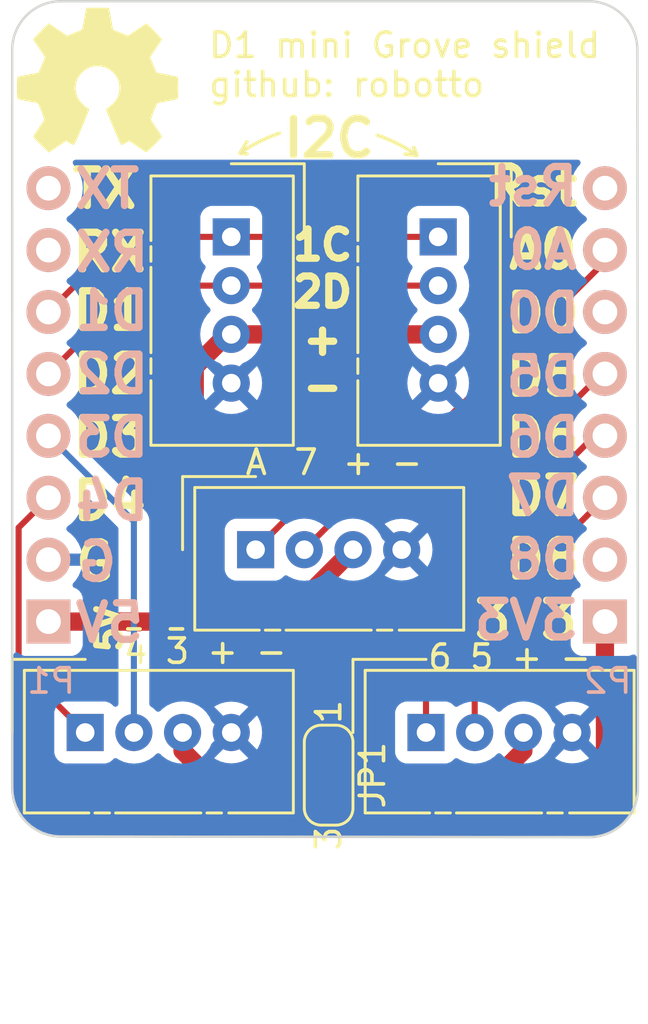
<source format=kicad_pcb>
(kicad_pcb (version 20240108) (generator "pcbnew") (generator_version "8.0")
  (layers (0 "F.Cu" signal) (31 "B.Cu" signal) (34 "B.Paste" user) (35 "F.Paste" user) (36 "B.SilkS" user "B.Silkscreen") (37 "F.SilkS" user "F.Silkscreen") (38 "B.Mask" user) (39 "F.Mask" user) (44 "Edge.Cuts" user))
  (net 0 "")
  (net 1 "GND")
  (net 2 "SDA_D2")
  (net 3 "/D3")
  (net 4 "SCL_D1")
  (net 5 "VCC")
  (net 6 "/RX")
  (net 7 "/TX")
  (net 8 "TX1_D4")
  (net 9 "/D8")
  (net 10 "/D7")
  (net 11 "/D6")
  (net 12 "/D5")
  (net 13 "/D0")
  (net 14 "/A0")
  (net 15 "/RST")
  (net 16 "+5V")
  (net 17 "+3V3")
  (footprint "D1_mini:NS-Tech_Grove_1x04_P2mm_Vertical" (layer "F.Cu") (at 143 108.5 90)
    (property "Reference" "5_6" (hide yes))
    (property "Value" "Conn_01x04_Socket" (hide yes))
    (fp_line (start 3 -3) (end 3 0) (stroke (width 0.12)) (layer "F.SilkS"))
    (fp_line (start 0 -3) (end 3 -3) (stroke (width 0.12)) (layer "F.SilkS"))
    (fp_line (start 2.55 -2.5) (end 2.55 8.55) (stroke (width 0.12)) (layer "F.SilkS"))
    (fp_line (start -3.3 -2.5) (end 2.55 -2.5) (stroke (width 0.12)) (layer "F.SilkS"))
    (fp_line (start -3.3 -2.5) (end -3.3 0.15) (stroke (width 0.12)) (layer "F.SilkS"))
    (fp_line (start -3.3 0.4) (end -3.3 1) (stroke (width 0.12)) (layer "F.SilkS"))
    (fp_line (start -3.3 1.25) (end -3.3 4.75) (stroke (width 0.12)) (layer "F.SilkS"))
    (fp_line (start -3.3 5) (end -3.3 5.6) (stroke (width 0.12)) (layer "F.SilkS"))
    (fp_line (start -3.3 5.9) (end -3.3 8.55) (stroke (width 0.12)) (layer "F.SilkS"))
    (fp_line (start -3.3 8.55) (end 2.55 8.55) (stroke (width 0.12)) (layer "F.SilkS"))
    (pad "1" thru_hole rect (at 0 0 90) (size 1.524 1.524) (drill 0.762) (layers "*.Cu" "*.Mask") (net 11 "/D6"))
    (pad "2" thru_hole circle (at 0 2 90) (size 1.524 1.524) (drill 0.762) (layers "*.Cu" "*.Mask") (net 10 "/D7"))
    (pad "3" thru_hole circle (at 0 4 90) (size 1.524 1.524) (drill 0.762) (layers "*.Cu" "*.Mask") (net 5 "VCC"))
    (pad "4" thru_hole circle (at 0 6 90) (size 1.524 1.524) (drill 0.762) (layers "*.Cu" "*.Mask") (net 1 "GND"))
  )
  (footprint "Jumper:SolderJumper-3_P1.3mm_Bridged12_RoundedPad1.0x1.5mm_NumberLabels" (layer "F.Cu") (at 139 110.25 -90)
    (property "Reference" "JP1" (at 0 -1.8 -90) (layer "F.SilkS"))
    (property "Value" "SolderJumper_3_Bridged12")
    (fp_poly (pts (xy -0.9 -0.3) (xy -0.4 -0.3) (xy -0.4 0.3) (xy -0.9 0.3)) (fill solid) (layer "F.Cu"))
    (fp_line (start 1.4 1) (end -1.4 1) (stroke (width 0.12)) (layer "F.SilkS"))
    (fp_line (start -2.05 0.3) (end -2.05 -0.3) (stroke (width 0.12)) (layer "F.SilkS"))
    (fp_line (start 2.05 -0.3) (end 2.05 0.3) (stroke (width 0.12)) (layer "F.SilkS"))
    (fp_line (start -1.4 -1) (end 1.4 -1) (stroke (width 0.12)) (layer "F.SilkS"))
    (fp_arc (start -1.35 1) (mid -1.844975 0.794975) (end -2.05 0.3) (stroke (width 0.12)) (layer "F.SilkS"))
    (fp_arc (start 2.05 0.3) (mid 1.844975 0.794975) (end 1.35 1) (stroke (width 0.12)) (layer "F.SilkS"))
    (fp_arc (start -2.05 -0.3) (mid -1.844975 -0.794975) (end -1.35 -1) (stroke (width 0.12)) (layer "F.SilkS"))
    (fp_arc (start 1.35 -1) (mid 1.844975 -0.794975) (end 2.05 -0.3) (stroke (width 0.12)) (layer "F.SilkS"))
    (fp_text user "3" (at 2.6 0 -90) (layer "F.SilkS"))
    (fp_text user "1" (at -2.6 0 -90) (layer "F.SilkS"))
    (pad "1" smd custom (at -1.3 0 270) (size 1 0.5) (layers "F.Cu" "F.Mask") (net 16 "+5V") (options (clearance outline) (anchor rect)) (primitives (gr_poly (pts (xy 0.55 0.75) (xy 0 0.75) (xy 0 -0.75) (xy 0.55 -0.75)) (width 0) (fill yes)) (gr_circle (center 0 0.25) (end 0.5 0.25) (width 0) (fill yes)) (gr_circle (center 0 -0.25) (end 0.5 -0.25) (width 0) (fill yes))))
    (pad "2" smd rect (at 0 0 270) (size 1 1.5) (layers "F.Cu" "F.Mask") (net 5 "VCC"))
    (pad "3" smd custom (at 1.3 0 270) (size 1 0.5) (layers "F.Cu" "F.Mask") (net 17 "+3V3") (options (clearance outline) (anchor rect)) (primitives (gr_circle (center 0 0.25) (end 0.5 0.25) (width 0) (fill yes)) (gr_circle (center 0 -0.25) (end 0.5 -0.25) (width 0) (fill yes)) (gr_poly (pts (xy 0 0.75) (xy -0.55 0.75) (xy -0.55 -0.75) (xy 0 -0.75)) (width 0) (fill yes))))
  )
  (footprint "D1_mini:NS-Tech_Grove_1x04_P2mm_Vertical" (layer "F.Cu") (at 129 108.5 90)
    (property "Reference" "3_4" (hide yes))
    (property "Value" "Conn_01x04_Socket" (hide yes))
    (fp_line (start 3 -3) (end 3 0) (stroke (width 0.12)) (layer "F.SilkS"))
    (fp_line (start 0 -3) (end 3 -3) (stroke (width 0.12)) (layer "F.SilkS"))
    (fp_line (start 2.55 -2.5) (end 2.55 8.55) (stroke (width 0.12)) (layer "F.SilkS"))
    (fp_line (start -3.3 -2.5) (end 2.55 -2.5) (stroke (width 0.12)) (layer "F.SilkS"))
    (fp_line (start -3.3 -2.5) (end -3.3 0.15) (stroke (width 0.12)) (layer "F.SilkS"))
    (fp_line (start -3.3 0.4) (end -3.3 1) (stroke (width 0.12)) (layer "F.SilkS"))
    (fp_line (start -3.3 1.25) (end -3.3 4.75) (stroke (width 0.12)) (layer "F.SilkS"))
    (fp_line (start -3.3 5) (end -3.3 5.6) (stroke (width 0.12)) (layer "F.SilkS"))
    (fp_line (start -3.3 5.9) (end -3.3 8.55) (stroke (width 0.12)) (layer "F.SilkS"))
    (fp_line (start -3.3 8.55) (end 2.55 8.55) (stroke (width 0.12)) (layer "F.SilkS"))
    (pad "1" thru_hole rect (at 0 0 90) (size 1.524 1.524) (drill 0.762) (layers "*.Cu" "*.Mask") (net 8 "TX1_D4"))
    (pad "2" thru_hole circle (at 0 2 90) (size 1.524 1.524) (drill 0.762) (layers "*.Cu" "*.Mask") (net 3 "/D3"))
    (pad "3" thru_hole circle (at 0 4 90) (size 1.524 1.524) (drill 0.762) (layers "*.Cu" "*.Mask") (net 5 "VCC"))
    (pad "4" thru_hole circle (at 0 6 90) (size 1.524 1.524) (drill 0.762) (layers "*.Cu" "*.Mask") (net 1 "GND"))
  )
  (footprint "D1_mini:NS-Tech_Grove_1x04_P2mm_Vertical" (layer "F.Cu") (at 136 101 90)
    (property "Reference" "A0_7" (hide yes))
    (property "Value" "Conn_01x04_Socket" (hide yes))
    (fp_line (start 3 -3) (end 3 0) (stroke (width 0.12)) (layer "F.SilkS"))
    (fp_line (start 0 -3) (end 3 -3) (stroke (width 0.12)) (layer "F.SilkS"))
    (fp_line (start 2.55 -2.5) (end 2.55 8.55) (stroke (width 0.12)) (layer "F.SilkS"))
    (fp_line (start -3.3 -2.5) (end 2.55 -2.5) (stroke (width 0.12)) (layer "F.SilkS"))
    (fp_line (start -3.3 -2.5) (end -3.3 0.15) (stroke (width 0.12)) (layer "F.SilkS"))
    (fp_line (start -3.3 0.4) (end -3.3 1) (stroke (width 0.12)) (layer "F.SilkS"))
    (fp_line (start -3.3 1.25) (end -3.3 4.75) (stroke (width 0.12)) (layer "F.SilkS"))
    (fp_line (start -3.3 5) (end -3.3 5.6) (stroke (width 0.12)) (layer "F.SilkS"))
    (fp_line (start -3.3 5.9) (end -3.3 8.55) (stroke (width 0.12)) (layer "F.SilkS"))
    (fp_line (start -3.3 8.55) (end 2.55 8.55) (stroke (width 0.12)) (layer "F.SilkS"))
    (pad "1" thru_hole rect (at 0 0 90) (size 1.524 1.524) (drill 0.762) (layers "*.Cu" "*.Mask") (net 14 "/A0"))
    (pad "2" thru_hole circle (at 0 2 90) (size 1.524 1.524) (drill 0.762) (layers "*.Cu" "*.Mask") (net 12 "/D5"))
    (pad "3" thru_hole circle (at 0 4 90) (size 1.524 1.524) (drill 0.762) (layers "*.Cu" "*.Mask") (net 5 "VCC"))
    (pad "4" thru_hole circle (at 0 6 90) (size 1.524 1.524) (drill 0.762) (layers "*.Cu" "*.Mask") (net 1 "GND"))
  )
  (footprint "D1_mini:NS-Tech_Grove_1x04_P2mm_Vertical" (layer "F.Cu") (at 135 88.1675)
    (property "Reference" "1_2_IIC1" (hide yes))
    (property "Value" "Conn_01x04_Socket" (hide yes))
    (fp_line (start -3.3 -2.5) (end -3.3 0.15) (stroke (width 0.12)) (layer "F.SilkS"))
    (fp_line (start -3.3 -2.5) (end 2.55 -2.5) (stroke (width 0.12)) (layer "F.SilkS"))
    (fp_line (start -3.3 0.4) (end -3.3 1) (stroke (width 0.12)) (layer "F.SilkS"))
    (fp_line (start -3.3 1.25) (end -3.3 4.75) (stroke (width 0.12)) (layer "F.SilkS"))
    (fp_line (start -3.3 5) (end -3.3 5.6) (stroke (width 0.12)) (layer "F.SilkS"))
    (fp_line (start -3.3 5.9) (end -3.3 8.55) (stroke (width 0.12)) (layer "F.SilkS"))
    (fp_line (start -3.3 8.55) (end 2.55 8.55) (stroke (width 0.12)) (layer "F.SilkS"))
    (fp_line (start 0 -3) (end 3 -3) (stroke (width 0.12)) (layer "F.SilkS"))
    (fp_line (start 2.55 -2.5) (end 2.55 8.55) (stroke (width 0.12)) (layer "F.SilkS"))
    (fp_line (start 3 -3) (end 3 0) (stroke (width 0.12)) (layer "F.SilkS"))
    (pad "1" thru_hole rect (at 0 0) (size 1.524 1.524) (drill 0.762) (layers "*.Cu" "*.Mask") (net 4 "SCL_D1"))
    (pad "2" thru_hole circle (at 0 2) (size 1.524 1.524) (drill 0.762) (layers "*.Cu" "*.Mask") (net 2 "SDA_D2"))
    (pad "3" thru_hole circle (at 0 4) (size 1.524 1.524) (drill 0.762) (layers "*.Cu" "*.Mask") (net 5 "VCC"))
    (pad "4" thru_hole circle (at 0 6) (size 1.524 1.524) (drill 0.762) (layers "*.Cu" "*.Mask") (net 1 "GND"))
  )
  (footprint "Symbol:OSHW-Symbol_6.7x6mm_SilkScreen" (layer "F.Cu") (at 129.5 81.75)
    (property "Reference" "REF**" (hide yes))
    (property "Value" "OSHW-Symbol_6.7x6mm_SilkScreen" (hide yes))
    (fp_poly (pts (xy 0.555814 -2.531069) (xy 0.639635 -2.086445) (xy 0.94892 -1.958947) (xy 1.258206 -1.831449) (xy 1.629246 -2.083754) (xy 1.733157 -2.154004) (xy 1.827087 -2.216728) (xy 1.906652 -2.269062) (xy 1.96747 -2.308143) (xy 2.005157 -2.331107) (xy 2.015421 -2.336058) (xy 2.03391 -2.323324) (xy 2.07342 -2.288118) (xy 2.129522 -2.234938) (xy 2.197787 -2.168282) (xy 2.273786 -2.092646) (xy 2.353092 -2.012528) (xy 2.431275 -1.932426) (xy 2.503907 -1.856836) (xy 2.566559 -1.790255) (xy 2.614803 -1.737182) (xy 2.64421 -1.702113) (xy 2.651241 -1.690377) (xy 2.641123 -1.66874) (xy 2.612759 -1.621338) (xy 2.569129 -1.552807) (xy 2.513218 -1.467785) (xy 2.448006 -1.370907) (xy 2.410219 -1.31565) (xy 2.341343 -1.214752) (xy 2.28014 -1.123701) (xy 2.229578 -1.04703) (xy 2.192628 -0.989272) (xy 2.172258 -0.954957) (xy 2.169197 -0.947746) (xy 2.176136 -0.927252) (xy 2.195051 -0.879487) (xy 2.223087 -0.811168) (xy 2.257391 -0.729011) (xy 2.295109 -0.63973) (xy 2.333387 -0.550042) (xy 2.36937 -0.466662) (xy 2.400206 -0.396306) (xy 2.423039 -0.34569) (xy 2.435017 -0.321529) (xy 2.435724 -0.320578) (xy 2.454531 -0.315964) (xy 2.504618 -0.305672) (xy 2.580793 -0.290713) (xy 2.677865 -0.272099) (xy 2.790643 -0.250841) (xy 2.856442 -0.238582) (xy 2.97695 -0.215638) (xy 3.085797 -0.193805) (xy 3.177476 -0.174278) (xy 3.246481 -0.158252) (xy 3.287304 -0.146921) (xy 3.295511 -0.143326) (xy 3.303548 -0.118994) (xy 3.310033 -0.064041) (xy 3.31497 0.015108) (xy 3.318364 0.112026) (xy 3.320218 0.220287) (xy 3.320538 0.333465) (xy 3.319327 0.445135) (xy 3.31659 0.548868) (xy 3.312331 0.638241) (xy 3.306555 0.706826) (xy 3.299267 0.748197) (xy 3.294895 0.75681) (xy 3.268764 0.767133) (xy 3.213393 0.781892) (xy 3.136107 0.799352) (xy 3.04423 0.81778) (xy 3.012158 0.823741) (xy 2.857524 0.852066) (xy 2.735375 0.874876) (xy 2.641673 0.89308) (xy 2.572384 0.907583) (xy 2.523471 0.919292) (xy 2.490897 0.929115) (xy 2.470628 0.937956) (xy 2.458626 0.946724) (xy 2.456947 0.948457) (xy 2.440184 0.976371) (xy 2.414614 1.030695) (xy 2.382788 1.104777) (xy 2.34726 1.191965) (xy 2.310583 1.285608) (xy 2.275311 1.379052) (xy 2.243996 1.465647) (xy 2.219193 1.53874) (xy 2.203454 1.591678) (xy 2.199332 1.617811) (xy 2.199676 1.618726) (xy 2.213641 1.640086) (xy 2.245322 1.687084) (xy 2.291391 1.754827) (xy 2.348518 1.838423) (xy 2.413373 1.932982) (xy 2.431843 1.959854) (xy 2.497699 2.057275) (xy 2.55565 2.146163) (xy 2.602538 2.221412) (xy 2.635207 2.27792) (xy 2.6505 2.310581) (xy 2.651241 2.314593) (xy 2.638392 2.335684) (xy 2.602888 2.377464) (xy 2.549293 2.435445) (xy 2.482171 2.505135) (xy 2.406087 2.582045) (xy 2.325604 2.661683) (xy 2.245287 2.739561) (xy 2.169699 2.811186) (xy 2.103405 2.87207) (xy 2.050969 2.917721) (xy 2.016955 2.94365) (xy 2.007545 2.947883) (xy 1.985643 2.937912) (xy 1.9408 2.91102) (xy 1.880321 2.871736) (xy 1.833789 2.840117) (xy 1.749475 2.782098) (xy 1.649626 2.713784) (xy 1.549473 2.645579) (xy 1.495627 2.609075) (xy 1.313371 2.4858) (xy 1.160381 2.56852) (xy 1.090682 2.604759) (xy 1.031414 2.632926) (xy 0.991311 2.648991) (xy 0.981103 2.651226) (xy 0.968829 2.634722) (xy 0.944613 2.588082) (xy 0.910263 2.515609) (xy 0.867588 2.421606) (xy 0.818394 2.310374) (xy 0.76449 2.186215) (xy 0.707684 2.053432) (xy 0.649782 1.916327) (xy 0.592593 1.779202) (xy 0.537924 1.646358) (xy 0.487584 1.522098) (xy 0.44338 1.410725) (xy 0.407119 1.316539) (xy 0.380609 1.243844) (xy 0.365658 1.196941) (xy 0.363254 1.180833) (xy 0.382311 1.160286) (xy 0.424036 1.126933) (xy 0.479706 1.087702) (xy 0.484378 1.084599) (xy 0.628264 0.969423) (xy 0.744283 0.835053) (xy 0.83143 0.685784) (xy 0.888699 0.525913) (xy 0.915086 0.359737) (xy 0.909585 0.191552) (xy 0.87119 0.025655) (xy 0.798895 -0.133658) (xy 0.777626 -0.168513) (xy 0.666996 -0.309263) (xy 0.536302 -0.422286) (xy 0.390064 -0.506997) (xy 0.232808 -0.562806) (xy 0.069057 -0.589126) (xy -0.096667 -0.58537) (xy -0.259838 -0.55095) (xy -0.415935 -0.485277) (xy -0.560433 -0.387765) (xy -0.605131 -0.348187) (xy -0.718888 -0.224297) (xy -0.801782 -0.093876) (xy -0.858644 0.052315) (xy -0.890313 0.197088) (xy -0.898131 0.35986) (xy -0.872062 0.52344) (xy -0.814755 0.682298) (xy -0.728856 0.830906) (xy -0.617014 0.963735) (xy -0.481877 1.075256) (xy -0.464117 1.087011) (xy -0.40785 1.125508) (xy -0.365077 1.158863) (xy -0.344628 1.18016) (xy -0.344331 1.180833) (xy -0.348721 1.203871) (xy -0.366124 1.256157) (xy -0.394732 1.33339) (xy -0.432735 1.431268) (xy -0.478326 1.545491) (xy -0.529697 1.671758) (xy -0.585038 1.805767) (xy -0.642542 1.943218) (xy -0.700399 2.079808) (xy -0.756802 2.211237) (xy -0.809942 2.333205) (xy -0.85801 2.441409) (xy -0.899199 2.531549) (xy -0.931699 2.599323) (xy -0.953703 2.64043) (xy -0.962564 2.651226) (xy -0.98964 2.642819) (xy -1.040303 2.620272) (xy -1.105817 2.587613) (xy -1.141841 2.56852) (xy -1.294832 2.4858) (xy -1.477088 2.609075) (xy -1.570125 2.672228) (xy -1.671985 2.741727) (xy -1.767438 2.807165) (xy -1.81525 2.840117) (xy -1.882495 2.885273) (xy -1.939436 2.921057) (xy -1.978646 2.942938) (xy -1.991381 2.947563) (xy -2.009917 2.935085) (xy -2.050941 2.900252) (xy -2.110475 2.846678) (xy -2.184542 2.777983) (xy -2.269165 2.697781) (xy -2.322685 2.646286) (xy -2.416319 2.554286) (xy -2.497241 2.471999) (xy -2.562177 2.402945) (xy -2.607858 2.350644) (xy -2.631011 2.318616) (xy -2.633232 2.312116) (xy -2.622924 2.287394) (xy -2.594439 2.237405) (xy -2.550937 2.167212) (xy -2.495577 2.081875) (xy -2.43152 1.986456) (xy -2.413303 1.959854) (xy -2.346927 1.863167) (xy -2.287378 1.776117) (xy -2.237984 1.703595) (xy -2.202075 1.650493) (xy -2.182981 1.621703) (xy -2.181136 1.618726) (xy -2.183895 1.595782) (xy -2.198538 1.545336) (xy -2.222513 1.474041) (xy -2.253266 1.388547) (xy -2.288244 1.295507) (xy -2.324893 1.201574) (xy -2.360661 1.113399) (xy -2.392994 1.037634) (xy -2.419338 0.980931) (xy -2.437142 0.949943) (xy -2.438407 0.948457) (xy -2.449294 0.939601) (xy -2.467682 0.930843) (xy -2.497606 0.921277) (xy -2.543103 0.909996) (xy -2.608209 0.896093) (xy -2.696961 0.878663) (xy -2.813393 0.856798) (xy -2.961542 0.829591) (xy -2.993618 0.823741) (xy -3.088686 0.805374) (xy -3.171565 0.787405) (xy -3.23493 0.771569) (xy -3.271458 0.7596) (xy -3.276356 0.75681) (xy -3.284427 0.732072) (xy -3.290987 0.67679) (xy -3.296033 0.597389) (xy -3.299559 0.500296) (xy -3.301561 0.391938) (xy -3.302036 0.27874) (xy -3.300977 0.167128) (xy -3.298382 0.063529) (xy -3.294246 -0.025632) (xy -3.288563 -0.093928) (xy -3.281331 -0.134934) (xy -3.276971 -0.143326) (xy -3.252698 -0.151792) (xy -3.197426 -0.165565) (xy -3.116662 -0.18345) (xy -3.015912 -0.204252) (xy -2.900683 -0.226777) (xy -2.837902 -0.238582) (xy -2.718787 -0.260849) (xy -2.612565 -0.281021) (xy -2.524427 -0.298085) (xy -2.459566 -0.311031) (xy -2.423174 -0.318845) (xy -2.417184 -0.320578) (xy -2.407061 -0.34011) (xy -2.385662 -0.387157) (xy -2.355839 -0.454997) (xy -2.320445 -0.536909) (xy -2.282332 -0.626172) (xy -2.244353 -0.716065) (xy -2.20936 -0.799865) (xy -2.180206 -0.870853) (xy -2.159743 -0.922306) (xy -2.150823 -0.947503) (xy -2.150657 -0.948604) (xy -2.160769 -0.968481) (xy -2.189117 -1.014223) (xy -2.232723 -1.081283) (xy -2.288606 -1.165116) (xy -2.353787 -1.261174) (xy -2.391679 -1.31635) (xy -2.460725 -1.417519) (xy -2.52205 -1.50937) (xy -2.572663 -1.587256) (xy -2.609571 -1.646531) (xy -2.629782 -1.682549) (xy -2.632701 -1.690623) (xy -2.620153 -1.709416) (xy -2.585463 -1.749543) (xy -2.533063 -1.806507) (xy -2.467384 -1.875815) (xy -2.392856 -1.952969) (xy -2.313913 -2.033475) (xy -2.234983 -2.112837) (xy -2.1605 -2.18656) (xy -2.094894 -2.250148) (xy -2.042596 -2.299106) (xy -2.008039 -2.328939) (xy -1.996478 -2.336058) (xy -1.977654 -2.326047) (xy -1.932631 -2.297922) (xy -1.865787 -2.254546) (xy -1.781499 -2.198782) (xy -1.684144 -2.133494) (xy -1.610707 -2.083754) (xy -1.239667 -1.831449) (xy -0.621095 -2.086445) (xy -0.537275 -2.531069) (xy -0.453454 -2.975693) (xy 0.471994 -2.975693) (xy 0.555814 -2.531069)) (stroke (width 0.01)) (fill solid) (layer "F.SilkS"))
  )
  (footprint "D1_mini:NS-Tech_Grove_1x04_P2mm_Vertical" (layer "F.Cu") (at 143.5 88.1675)
    (property "Reference" "1_2_IIC2" (hide yes))
    (property "Value" "Conn_01x04_Socket" (hide yes))
    (fp_line (start -3.3 -2.5) (end -3.3 0.15) (stroke (width 0.12)) (layer "F.SilkS"))
    (fp_line (start -3.3 -2.5) (end 2.55 -2.5) (stroke (width 0.12)) (layer "F.SilkS"))
    (fp_line (start -3.3 0.4) (end -3.3 1) (stroke (width 0.12)) (layer "F.SilkS"))
    (fp_line (start -3.3 1.25) (end -3.3 4.75) (stroke (width 0.12)) (layer "F.SilkS"))
    (fp_line (start -3.3 5) (end -3.3 5.6) (stroke (width 0.12)) (layer "F.SilkS"))
    (fp_line (start -3.3 5.9) (end -3.3 8.55) (stroke (width 0.12)) (layer "F.SilkS"))
    (fp_line (start -3.3 8.55) (end 2.55 8.55) (stroke (width 0.12)) (layer "F.SilkS"))
    (fp_line (start 0 -3) (end 3 -3) (stroke (width 0.12)) (layer "F.SilkS"))
    (fp_line (start 2.55 -2.5) (end 2.55 8.55) (stroke (width 0.12)) (layer "F.SilkS"))
    (fp_line (start 3 -3) (end 3 0) (stroke (width 0.12)) (layer "F.SilkS"))
    (pad "1" thru_hole rect (at 0 0) (size 1.524 1.524) (drill 0.762) (layers "*.Cu" "*.Mask") (net 4 "SCL_D1"))
    (pad "2" thru_hole circle (at 0 2) (size 1.524 1.524) (drill 0.762) (layers "*.Cu" "*.Mask") (net 2 "SDA_D2"))
    (pad "3" thru_hole circle (at 0 4) (size 1.524 1.524) (drill 0.762) (layers "*.Cu" "*.Mask") (net 5 "VCC"))
    (pad "4" thru_hole circle (at 0 6) (size 1.524 1.524) (drill 0.762) (layers "*.Cu" "*.Mask") (net 1 "GND"))
  )
  (footprint "D1_mini:D1_mini_Pin_Header" (layer "B.Cu") (at 127.49 103.95)
    (property "Reference" "P1" (at 0.11176 2.43586 180) (layer "B.SilkS") (effects (justify mirror)))
    (property "Value" "Connector_Generic:Conn_01x08" (hide yes))
    (pad "1" thru_hole rect (at 0 0) (size 1.8 1.8) (drill 1.016) (layers "*.Cu" "*.Mask" "B.SilkS") (net 16 "+5V"))
    (pad "2" thru_hole oval (at 0 -2.54) (size 1.8 1.8) (drill 1.016) (layers "*.Cu" "*.Mask" "B.SilkS") (net 1 "GND"))
    (pad "3" thru_hole oval (at 0 -5.08) (size 1.8 1.8) (drill 1.016) (layers "*.Cu" "*.Mask" "B.SilkS") (net 8 "TX1_D4"))
    (pad "4" thru_hole oval (at 0 -7.62) (size 1.8 1.8) (drill 1.016) (layers "*.Cu" "*.Mask" "B.SilkS") (net 3 "/D3"))
    (pad "5" thru_hole oval (at 0 -10.16) (size 1.8 1.8) (drill 1.016) (layers "*.Cu" "*.Mask" "B.SilkS") (net 2 "SDA_D2"))
    (pad "6" thru_hole oval (at 0 -12.7) (size 1.8 1.8) (drill 1.016) (layers "*.Cu" "*.Mask" "B.SilkS") (net 4 "SCL_D1"))
    (pad "7" thru_hole oval (at 0 -15.24) (size 1.8 1.8) (drill 1.016) (layers "*.Cu" "*.Mask" "B.SilkS") (net 6 "/RX"))
    (pad "8" thru_hole oval (at 0 -17.78) (size 1.8 1.8) (drill 1.016) (layers "*.Cu" "*.Mask" "B.SilkS") (net 7 "/TX"))
  )
  (footprint "D1_mini:D1_mini_Pin_Header" (layer "B.Cu") (at 150.35 103.95)
    (property "Reference" "P2" (at 0.11176 2.43586 180) (layer "B.SilkS") (effects (justify mirror)))
    (property "Value" "Connector_Generic:Conn_01x08" (hide yes))
    (pad "1" thru_hole rect (at 0 0) (size 1.8 1.8) (drill 1.016) (layers "*.Cu" "*.Mask" "B.SilkS") (net 17 "+3V3"))
    (pad "2" thru_hole oval (at 0 -2.54) (size 1.8 1.8) (drill 1.016) (layers "*.Cu" "*.Mask" "B.SilkS") (net 9 "/D8"))
    (pad "3" thru_hole oval (at 0 -5.08) (size 1.8 1.8) (drill 1.016) (layers "*.Cu" "*.Mask" "B.SilkS") (net 10 "/D7"))
    (pad "4" thru_hole oval (at 0 -7.62) (size 1.8 1.8) (drill 1.016) (layers "*.Cu" "*.Mask" "B.SilkS") (net 11 "/D6"))
    (pad "5" thru_hole oval (at 0 -10.16) (size 1.8 1.8) (drill 1.016) (layers "*.Cu" "*.Mask" "B.SilkS") (net 12 "/D5"))
    (pad "6" thru_hole oval (at 0 -12.7) (size 1.8 1.8) (drill 1.016) (layers "*.Cu" "*.Mask" "B.SilkS") (net 13 "/D0"))
    (pad "7" thru_hole oval (at 0 -15.24) (size 1.8 1.8) (drill 1.016) (layers "*.Cu" "*.Mask" "B.SilkS") (net 14 "/A0"))
    (pad "8" thru_hole oval (at 0 -17.78) (size 1.8 1.8) (drill 1.016) (layers "*.Cu" "*.Mask" "B.SilkS") (net 15 "/RST"))
  )
  (gr_line (start 130.75 104.25) (end 131.25 104.25) (stroke (width 0.2)) (layer "F.Cu") (net 16))
  (gr_line (start 142.626894 84.818723) (end 142.5 84.5) (stroke (width 0.15)) (layer "F.SilkS"))
  (gr_line (start 142.626894 84.818723) (end 142.135889 84.772121) (stroke (width 0.15)) (layer "F.SilkS"))
  (gr_arc (start 141 84) (mid 141.843073 84.350492) (end 142.626894 84.818723) (stroke (width 0.15)) (layer "F.SilkS"))
  (gr_arc (start 135.358089 84.734115) (mid 136.141911 84.265886) (end 136.984983 83.915392) (stroke (width 0.15)) (layer "F.SilkS"))
  (gr_line (start 135.358089 84.734115) (end 135.64191 84.265884) (stroke (width 0.15)) (layer "F.SilkS"))
  (gr_line (start 131.25 104.25) (end 130.75 104.25) (stroke (width 0.15)) (layer "F.SilkS"))
  (gr_line (start 135.358089 84.734115) (end 135.64191 84.765884) (stroke (width 0.15)) (layer "F.SilkS"))
  (gr_line (start 142.5 84.5) (end 142.626894 84.818723) (stroke (width 0.15)) (layer "F.SilkS"))
  (gr_line (start 132.5 104.25) (end 133 104.25) (stroke (width 0.15)) (layer "F.SilkS"))
  (gr_arc (start 126.000044 80.500044) (mid 126.585815 79.085802) (end 128.000044 78.5) (stroke (width 0.1)) (layer "Edge.Cuts"))
  (gr_line (start 151.682755 80.513665) (end 151.70797 110.791634) (stroke (width 0.1)) (layer "Edge.Cuts"))
  (gr_arc (start 151.70797 110.791634) (mid 151.122062 112.207625) (end 149.705724 112.793288) (stroke (width 0.1)) (layer "Edge.Cuts"))
  (gr_line (start 126.000705 110.763288) (end 126.000044 80.500044) (stroke (width 0.1)) (layer "Edge.Cuts"))
  (gr_line (start 128.000044 78.5) (end 149.6827 78.5) (stroke (width 0.1)) (layer "Edge.Cuts"))
  (gr_line (start 149.705724 112.793288) (end 127.998453 112.768903) (stroke (width 0.1)) (layer "Edge.Cuts"))
  (gr_arc (start 149.6827 78.5) (mid 151.09634 79.085213) (end 151.682755 80.513665) (stroke (width 0.1)) (layer "Edge.Cuts"))
  (gr_arc (start 127.998453 112.768903) (mid 126.585375 112.182007) (end 126.000705 110.763288) (stroke (width 0.1)) (layer "Edge.Cuts"))
  (gr_text "TX" (at 129.9 86.2 0) (layer "B.SilkS") (effects (font (size 1.5 1.5) (thickness 0.3)) (justify mirror)))
  (gr_text "RX" (at 130.1 88.8 0) (layer "B.SilkS") (effects (font (size 1.5 1.5) (thickness 0.3)) (justify mirror)))
  (gr_text "D1" (at 130.1 91.2 0) (layer "B.SilkS") (effects (font (size 1.5 1.5) (thickness 0.3)) (justify mirror)))
  (gr_text "D2" (at 130.1 93.8 0) (layer "B.SilkS") (effects (font (size 1.5 1.5) (thickness 0.3)) (justify mirror)))
  (gr_text "D3" (at 130.1 96.4 0) (layer "B.SilkS") (effects (font (size 1.5 1.5) (thickness 0.3)) (justify mirror)))
  (gr_text "D4" (at 130.1 99 0) (layer "B.SilkS") (effects (font (size 1.5 1.5) (thickness 0.3)) (justify mirror)))
  (gr_text "G" (at 129.5 101.5 0) (layer "B.SilkS") (effects (font (size 1.5 1.5) (thickness 0.3)) (justify mirror)))
  (gr_text "5V" (at 130 104 0) (layer "B.SilkS") (effects (font (size 1.5 1.5) (thickness 0.3)) (justify mirror)))
  (gr_text "Rst" (at 147.4 86.1 0) (layer "B.SilkS") (effects (font (size 1.5 1.5) (thickness 0.3)) (justify mirror)))
  (gr_text "A0" (at 147.8 88.7 0) (layer "B.SilkS") (effects (font (size 1.5 1.5) (thickness 0.3)) (justify mirror)))
  (gr_text "D0" (at 147.8 91.3 0) (layer "B.SilkS") (effects (font (size 1.5 1.5) (thickness 0.3)) (justify mirror)))
  (gr_text "D5" (at 147.8 93.9 0) (layer "B.SilkS") (effects (font (size 1.5 1.5) (thickness 0.3)) (justify mirror)))
  (gr_text "D6" (at 147.8 96.4 0) (layer "B.SilkS") (effects (font (size 1.5 1.5) (thickness 0.3)) (justify mirror)))
  (gr_text "D7" (at 147.8 98.8 0) (layer "B.SilkS") (effects (font (size 1.5 1.5) (thickness 0.3)) (justify mirror)))
  (gr_text "D8" (at 147.8 101.4 0) (layer "B.SilkS") (effects (font (size 1.5 1.5) (thickness 0.3)) (justify mirror)))
  (gr_text "3V3" (at 147.1 103.9 0) (layer "B.SilkS") (effects (font (size 1.5 1.5) (thickness 0.3)) (justify mirror)))
  (gr_text "3V3" (at 147.1 103.9 0) (layer "F.SilkS") (effects (font (size 1.5 1.5) (thickness 0.3))))
  (gr_text "1C\n2D\n+\n-" (at 138.75 95 0) (layer "F.SilkS") (effects (font (size 1.2 1.2) (thickness 0.3) (bold yes)) (justify bottom)))
  (gr_text "D2" (at 130 93.8 0) (layer "F.SilkS") (effects (font (size 1.5 1.5) (thickness 0.3))))
  (gr_text "-" (at 141.5 98 0) (layer "F.SilkS") (effects (font (size 1 1)) (justify left bottom)))
  (gr_text "D7" (at 147.8 98.8 0) (layer "F.SilkS") (effects (font (size 1.5 1.5) (thickness 0.3))))
  (gr_text "A" (at 135.5 98 0) (layer "F.SilkS") (effects (font (size 1 1)) (justify left bottom)))
  (gr_text "D3" (at 130 96.4 0) (layer "F.SilkS") (effects (font (size 1.5 1.5) (thickness 0.3))))
  (gr_text "+" (at 139.5 98 0) (layer "F.SilkS") (effects (font (size 1 1)) (justify left bottom)))
  (gr_text "D5" (at 147.8 93.9 0) (layer "F.SilkS") (effects (font (size 1.5 1.5) (thickness 0.3))))
  (gr_text "D0" (at 147.8 91.3 0) (layer "F.SilkS") (effects (font (size 1.5 1.5) (thickness 0.3))))
  (gr_text "D4" (at 130 99 0) (layer "F.SilkS") (effects (font (size 1.5 1.5) (thickness 0.3))))
  (gr_text "D1" (at 130 91.2 0) (layer "F.SilkS") (effects (font (size 1.5 1.5) (thickness 0.3))))
  (gr_text "D8" (at 147.8 101.4 0) (layer "F.SilkS") (effects (font (size 1.5 1.5) (thickness 0.3))))
  (gr_text "I2C" (at 137 85 0) (layer "F.SilkS") (effects (font (size 1.5 1.5) (thickness 0.3) (bold yes)) (justify left bottom)))
  (gr_text "7" (at 137.5 98 0) (layer "F.SilkS") (effects (font (size 1 1)) (justify left bottom)))
  (gr_text "Rst" (at 147.4 86.1 0) (layer "F.SilkS") (effects (font (size 1.5 1.5) (thickness 0.3))))
  (gr_text "6 5 + -" (at 143 106 0) (layer "F.SilkS") (effects (font (size 1 1)) (justify left bottom)))
  (gr_text "4 3 + -" (at 130.5 105.75 0) (layer "F.SilkS") (effects (font (size 1 1)) (justify left bottom)))
  (gr_text "G" (at 129.4 101.5 0) (layer "F.SilkS") (effects (font (size 1.5 1.5) (thickness 0.3))))
  (gr_text "5V" (at 130 104.25 90) (layer "F.SilkS") (effects (font (size 1 1) (thickness 0.25))))
  (gr_text "D6" (at 147.8 96.4 0) (layer "F.SilkS") (effects (font (size 1.5 1.5) (thickness 0.3))))
  (gr_text "TX" (at 129.8 86.2 0) (layer "F.SilkS") (effects (font (size 1.5 1.5) (thickness 0.3))))
  (gr_text "RX" (at 130 88.8 0) (layer "F.SilkS") (effects (font (size 1.5 1.5) (thickness 0.3))))
  (gr_text "D1 mini Grove shield\ngithub: robotto" (at 134 82.5 0) (layer "F.SilkS") (effects (font (size 1 1)) (justify left bottom)))
  (gr_text "A0" (at 147.8 88.7 0) (layer "F.SilkS") (effects (font (size 1.5 1.5) (thickness 0.3))))
  (segment (start 127.59 101.41) (end 127.49 101.41) (width 0.75) (layer "F.Cu") (net 1))
  (segment (start 127.49 93.79) (end 131.1125 90.1675) (width 0.25) (layer "F.Cu") (net 2))
  (segment (start 131.1125 90.1675) (end 135 90.1675) (width 0.25) (layer "F.Cu") (net 2))
  (segment (start 135 90.1675) (end 143.5 90.1675) (width 0.25) (layer "F.Cu") (net 2))
  (segment (start 131 108.5) (end 131 99.84) (width 0.25) (layer "B.Cu") (net 3))
  (segment (start 131 99.84) (end 127.49 96.33) (width 0.25) (layer "B.Cu") (net 3))
  (segment (start 127.49 91.25) (end 130.5725 88.1675) (width 0.25) (layer "F.Cu") (net 4))
  (segment (start 135 88.1675) (end 143.5 88.1675) (width 0.25) (layer "F.Cu") (net 4))
  (segment (start 130.5725 88.1675) (end 135 88.1675) (width 0.25) (layer "F.Cu") (net 4))
  (segment (start 133.5 101.587) (end 136.8315 104.9185) (width 0.75) (layer "F.Cu") (net 5))
  (segment (start 133 109.25) (end 134 110.25) (width 0.75) (layer "F.Cu") (net 5))
  (segment (start 141 110.25) (end 146 110.25) (width 0.75) (layer "F.Cu") (net 5))
  (segment (start 135 92.1675) (end 134.8325 92.1675) (width 0.75) (layer "F.Cu") (net 5))
  (segment (start 135 92.1675) (end 140 92.1675) (width 0.75) (layer "F.Cu") (net 5))
  (segment (start 133.5 93.5) (end 133.5 101.587) (width 0.75) (layer "F.Cu") (net 5))
  (segment (start 139 110.25) (end 141 110.25) (width 0.75) (layer "F.Cu") (net 5))
  (segment (start 134.8325 92.1675) (end 133.5 93.5) (width 0.75) (layer "F.Cu") (net 5))
  (segment (start 136.8315 104.9185) (end 136.8315 104.1685) (width 0.75) (layer "F.Cu") (net 5))
  (segment (start 134 110.25) (end 139 110.25) (width 0.75) (layer "F.Cu") (net 5))
  (segment (start 146 110.25) (end 147 109.25) (width 0.75) (layer "F.Cu") (net 5))
  (segment (start 141 109.087) (end 141 110.25) (width 0.75) (layer "F.Cu") (net 5))
  (segment (start 136.8315 104.9185) (end 141 109.087) (width 0.75) (layer "F.Cu") (net 5))
  (segment (start 136.8315 104.1685) (end 140 101) (width 0.75) (layer "F.Cu") (net 5))
  (segment (start 147 109.25) (end 147 108.5) (width 0.75) (layer "F.Cu") (net 5))
  (segment (start 140 92.1675) (end 143.5 92.1675) (width 0.75) (layer "F.Cu") (net 5))
  (segment (start 133 108.5) (end 133 109.25) (width 0.75) (layer "F.Cu") (net 5))
  (segment (start 126.265 105.765) (end 126.265 100.095) (width 0.25) (layer "F.Cu") (net 8))
  (segment (start 129 108.5) (end 126.265 105.765) (width 0.25) (layer "F.Cu") (net 8))
  (segment (start 126.265 100.095) (end 127.49 98.87) (width 0.25) (layer "F.Cu") (net 8))
  (segment (start 145 104.22) (end 150.35 98.87) (width 0.25) (layer "F.Cu") (net 10))
  (segment (start 145 108.5) (end 145 104.22) (width 0.25) (layer "F.Cu") (net 10))
  (segment (start 150.35 96.33) (end 149.92 96.33) (width 0.25) (layer "F.Cu") (net 11))
  (segment (start 143 103.25) (end 143 108.5) (width 0.25) (layer "F.Cu") (net 11))
  (segment (start 149.92 96.33) (end 143 103.25) (width 0.25) (layer "F.Cu") (net 11))
  (segment (start 150.21 93.79) (end 145.25 98.75) (width 0.25) (layer "F.Cu") (net 12))
  (segment (start 145.25 98.75) (end 140.25 98.75) (width 0.25) (layer "F.Cu") (net 12))
  (segment (start 150.35 93.79) (end 150.21 93.79) (width 0.25) (layer "F.Cu") (net 12))
  (segment (start 140.25 98.75) (end 138 101) (width 0.25) (layer "F.Cu") (net 12))
  (segment (start 144.53 95) (end 144.5 95) (width 0.25) (layer "F.Cu") (net 14))
  (segment (start 144.5 95) (end 141.875 97.625) (width 0.25) (layer "F.Cu") (net 14))
  (segment (start 139.375 97.625) (end 136 101) (width 0.25) (layer "F.Cu") (net 14))
  (segment (start 150.35 89.18) (end 144.53 95) (width 0.25) (layer "F.Cu") (net 14))
  (segment (start 141.875 97.625) (end 139.375 97.625) (width 0.25) (layer "F.Cu") (net 14))
  (segment (start 150.35 88.71) (end 150.35 89.18) (width 0.25) (layer "F.Cu") (net 14))
  (segment (start 133.45 103.95) (end 127.49 103.95) (width 0.75) (layer "F.Cu") (net 16))
  (segment (start 138.45 108.95) (end 133.45 103.95) (width 0.75) (layer "F.Cu") (net 16))
  (segment (start 139 108.95) (end 138.45 108.95) (width 0.75) (layer "F.Cu") (net 16))
  (segment (start 150.35 109.9) (end 150.35 103.95) (width 0.75) (layer "F.Cu") (net 17))
  (segment (start 139 111.55) (end 148.7 111.55) (width 0.75) (layer "F.Cu") (net 17))
  (segment (start 148.7 111.55) (end 150.35 109.9) (width 0.75) (layer "F.Cu") (net 17))
  (zone (net 1) (net_name "GND") (layer "B.Cu") (connect_pads (clearance 0.508)) (min_thickness 0.25) (fill yes (thermal_gap 0.5) (thermal_bridge_width 0.5))
    (polygon (pts (xy 125.5 85) (xy 152 85) (xy 152 113.5) (xy 125.5 113.5)))
  )
)
</source>
